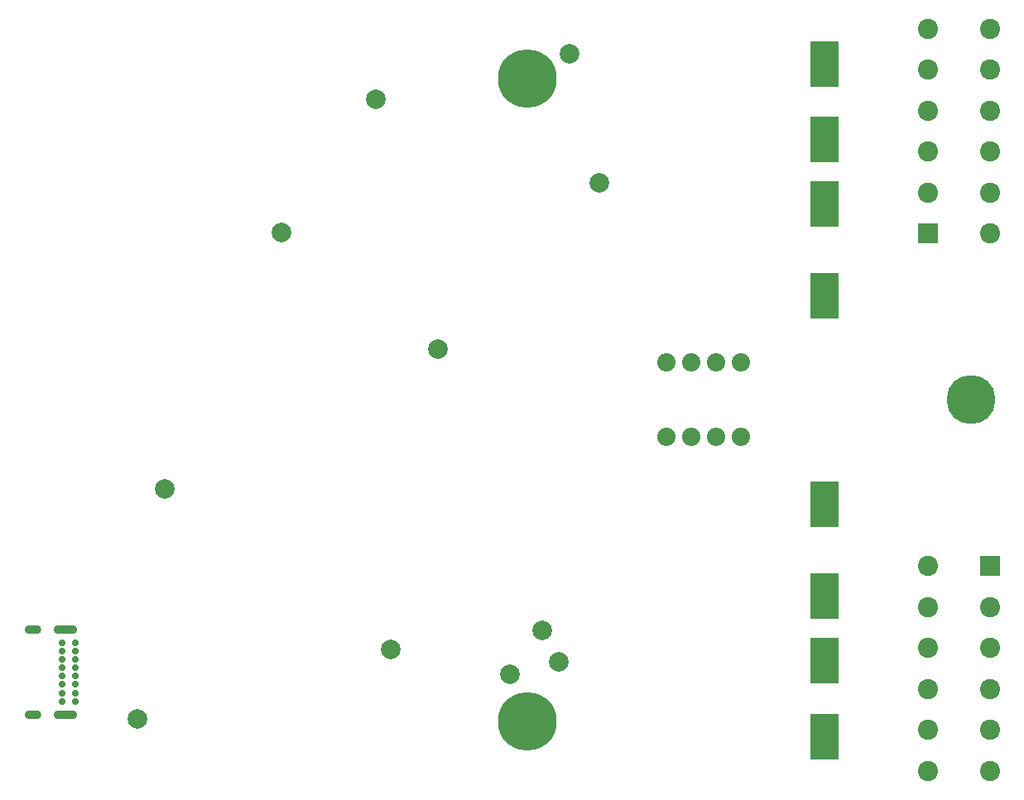
<source format=gbs>
%TF.GenerationSoftware,KiCad,Pcbnew,(6.0.0)*%
%TF.CreationDate,2022-04-16T22:28:55-04:00*%
%TF.ProjectId,DingoPDM,44696e67-6f50-4444-9d2e-6b696361645f,v3*%
%TF.SameCoordinates,Original*%
%TF.FileFunction,Soldermask,Bot*%
%TF.FilePolarity,Negative*%
%FSLAX46Y46*%
G04 Gerber Fmt 4.6, Leading zero omitted, Abs format (unit mm)*
G04 Created by KiCad (PCBNEW (6.0.0)) date 2022-04-16 22:28:55*
%MOMM*%
%LPD*%
G01*
G04 APERTURE LIST*
%ADD10C,0.100000*%
%ADD11C,2.000000*%
%ADD12C,1.875000*%
%ADD13C,6.000000*%
%ADD14C,5.000000*%
%ADD15R,2.056000X2.056000*%
%ADD16C,2.056000*%
%ADD17C,0.700000*%
%ADD18O,1.700000X0.900000*%
%ADD19O,2.400000X0.900000*%
G04 APERTURE END LIST*
D10*
X191770000Y-49022000D02*
X188976000Y-49022000D01*
X188976000Y-49022000D02*
X188976000Y-44450000D01*
X188976000Y-44450000D02*
X191770000Y-44450000D01*
X191770000Y-44450000D02*
X191770000Y-49022000D01*
G36*
X191770000Y-49022000D02*
G01*
X188976000Y-49022000D01*
X188976000Y-44450000D01*
X191770000Y-44450000D01*
X191770000Y-49022000D01*
G37*
X191770000Y-49022000D02*
X188976000Y-49022000D01*
X188976000Y-44450000D01*
X191770000Y-44450000D01*
X191770000Y-49022000D01*
X191770000Y-56769000D02*
X188976000Y-56769000D01*
X188976000Y-56769000D02*
X188976000Y-52197000D01*
X188976000Y-52197000D02*
X191770000Y-52197000D01*
X191770000Y-52197000D02*
X191770000Y-56769000D01*
G36*
X191770000Y-56769000D02*
G01*
X188976000Y-56769000D01*
X188976000Y-52197000D01*
X191770000Y-52197000D01*
X191770000Y-56769000D01*
G37*
X191770000Y-56769000D02*
X188976000Y-56769000D01*
X188976000Y-52197000D01*
X191770000Y-52197000D01*
X191770000Y-56769000D01*
X191770000Y-63373000D02*
X188976000Y-63373000D01*
X188976000Y-63373000D02*
X188976000Y-58801000D01*
X188976000Y-58801000D02*
X191770000Y-58801000D01*
X191770000Y-58801000D02*
X191770000Y-63373000D01*
G36*
X191770000Y-63373000D02*
G01*
X188976000Y-63373000D01*
X188976000Y-58801000D01*
X191770000Y-58801000D01*
X191770000Y-63373000D01*
G37*
X191770000Y-63373000D02*
X188976000Y-63373000D01*
X188976000Y-58801000D01*
X191770000Y-58801000D01*
X191770000Y-63373000D01*
X191770000Y-72771000D02*
X188976000Y-72771000D01*
X188976000Y-72771000D02*
X188976000Y-68199000D01*
X188976000Y-68199000D02*
X191770000Y-68199000D01*
X191770000Y-68199000D02*
X191770000Y-72771000D01*
G36*
X191770000Y-72771000D02*
G01*
X188976000Y-72771000D01*
X188976000Y-68199000D01*
X191770000Y-68199000D01*
X191770000Y-72771000D01*
G37*
X191770000Y-72771000D02*
X188976000Y-72771000D01*
X188976000Y-68199000D01*
X191770000Y-68199000D01*
X191770000Y-72771000D01*
X191770000Y-94107000D02*
X188976000Y-94107000D01*
X188976000Y-94107000D02*
X188976000Y-89535000D01*
X188976000Y-89535000D02*
X191770000Y-89535000D01*
X191770000Y-89535000D02*
X191770000Y-94107000D01*
G36*
X191770000Y-94107000D02*
G01*
X188976000Y-94107000D01*
X188976000Y-89535000D01*
X191770000Y-89535000D01*
X191770000Y-94107000D01*
G37*
X191770000Y-94107000D02*
X188976000Y-94107000D01*
X188976000Y-89535000D01*
X191770000Y-89535000D01*
X191770000Y-94107000D01*
X191770000Y-103505000D02*
X188976000Y-103505000D01*
X188976000Y-103505000D02*
X188976000Y-98933000D01*
X188976000Y-98933000D02*
X191770000Y-98933000D01*
X191770000Y-98933000D02*
X191770000Y-103505000D01*
G36*
X191770000Y-103505000D02*
G01*
X188976000Y-103505000D01*
X188976000Y-98933000D01*
X191770000Y-98933000D01*
X191770000Y-103505000D01*
G37*
X191770000Y-103505000D02*
X188976000Y-103505000D01*
X188976000Y-98933000D01*
X191770000Y-98933000D01*
X191770000Y-103505000D01*
X191770000Y-110109000D02*
X188976000Y-110109000D01*
X188976000Y-110109000D02*
X188976000Y-105537000D01*
X188976000Y-105537000D02*
X191770000Y-105537000D01*
X191770000Y-105537000D02*
X191770000Y-110109000D01*
G36*
X191770000Y-110109000D02*
G01*
X188976000Y-110109000D01*
X188976000Y-105537000D01*
X191770000Y-105537000D01*
X191770000Y-110109000D01*
G37*
X191770000Y-110109000D02*
X188976000Y-110109000D01*
X188976000Y-105537000D01*
X191770000Y-105537000D01*
X191770000Y-110109000D01*
X191770000Y-117856000D02*
X188976000Y-117856000D01*
X188976000Y-117856000D02*
X188976000Y-113284000D01*
X188976000Y-113284000D02*
X191770000Y-113284000D01*
X191770000Y-113284000D02*
X191770000Y-117856000D01*
G36*
X191770000Y-117856000D02*
G01*
X188976000Y-117856000D01*
X188976000Y-113284000D01*
X191770000Y-113284000D01*
X191770000Y-117856000D01*
G37*
X191770000Y-117856000D02*
X188976000Y-117856000D01*
X188976000Y-113284000D01*
X191770000Y-113284000D01*
X191770000Y-117856000D01*
D11*
X150876000Y-75946000D03*
X134874000Y-64008000D03*
X164338000Y-45720000D03*
D12*
X176784000Y-77343000D03*
X181864000Y-77343000D03*
X176784000Y-84963000D03*
X174244000Y-84963000D03*
X179324000Y-84963000D03*
X181864000Y-84963000D03*
X174244000Y-77343000D03*
X179324000Y-77343000D03*
D13*
X160020000Y-114046000D03*
X160020000Y-48260000D03*
D14*
X205359000Y-81153000D03*
D15*
X207319000Y-98178000D03*
D16*
X207319000Y-102368000D03*
X207319000Y-106558000D03*
X207319000Y-110748000D03*
X207319000Y-114938000D03*
X207319000Y-119128000D03*
X200969000Y-119128000D03*
X200969000Y-114938000D03*
X200969000Y-110748000D03*
X200969000Y-106558000D03*
X200969000Y-102368000D03*
X200969000Y-98178000D03*
D15*
X200969000Y-64128000D03*
D16*
X200969000Y-59938000D03*
X200969000Y-55748000D03*
X200969000Y-51558000D03*
X200969000Y-47368000D03*
X200969000Y-43178000D03*
X207319000Y-43178000D03*
X207319000Y-47368000D03*
X207319000Y-51558000D03*
X207319000Y-55748000D03*
X207319000Y-59938000D03*
X207319000Y-64128000D03*
D11*
X158242000Y-109220000D03*
X163195000Y-107950000D03*
X161544000Y-104775000D03*
X144526000Y-50419000D03*
X167386000Y-58928000D03*
X122936000Y-90233500D03*
D17*
X113792000Y-106045000D03*
X113792000Y-106895000D03*
X113792000Y-107745000D03*
X113792000Y-108595000D03*
X113792000Y-109445000D03*
X113792000Y-110295000D03*
X113792000Y-111145000D03*
X113792000Y-111995000D03*
X112442000Y-111995000D03*
X112442000Y-111145000D03*
X112442000Y-110295000D03*
X112442000Y-109445000D03*
X112442000Y-108595000D03*
X112442000Y-107745000D03*
X112442000Y-106895000D03*
X112442000Y-106045000D03*
D18*
X109432000Y-104695000D03*
X109432000Y-113345000D03*
D19*
X112812000Y-104695000D03*
X112812000Y-113345000D03*
D11*
X120142000Y-113792000D03*
X146050000Y-106680000D03*
M02*

</source>
